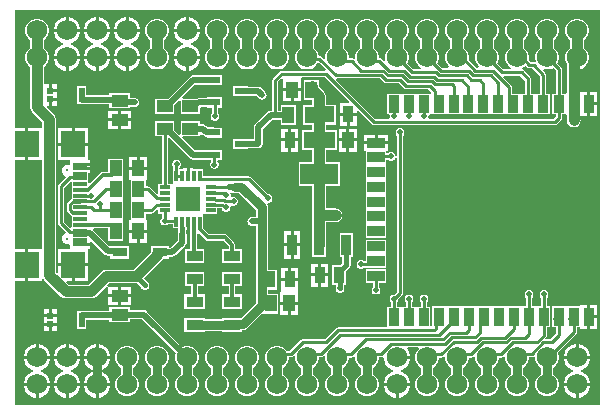
<source format=gtl>
%FSTAX23Y23*%
%MOIN*%
%SFA1B1*%

%IPPOS*%
%ADD13C,0.010000*%
%ADD16R,0.011810X0.033470*%
%ADD17R,0.033470X0.011810*%
%ADD18R,0.080710X0.080710*%
%ADD19R,0.040160X0.057870*%
%ADD20R,0.037010X0.056300*%
%ADD21R,0.021650X0.021650*%
%ADD22R,0.057090X0.037400*%
%ADD23R,0.051180X0.031500*%
%ADD24R,0.057870X0.040160*%
%ADD25R,0.041340X0.023620*%
%ADD26R,0.078740X0.085830*%
%ADD27R,0.045280X0.011810*%
%ADD28R,0.039370X0.055120*%
%ADD29R,0.125980X0.070870*%
%ADD30R,0.035430X0.070870*%
%ADD31R,0.035430X0.059060*%
%ADD32R,0.059060X0.035430*%
%ADD33R,0.055120X0.039370*%
%ADD34R,0.055120X0.035430*%
%ADD59C,0.035000*%
%ADD60C,0.009000*%
%ADD61C,0.017500*%
%ADD62C,0.012000*%
%ADD63C,0.020000*%
%ADD64C,0.030000*%
%ADD65C,0.012800*%
%ADD66C,0.068900*%
%ADD67C,0.019680*%
%ADD68C,0.050000*%
%LNesp32-hwe-1*%
%LPD*%
G36*
X01975Y01259D02*
D01*
Y-00059*
X00025*
Y00356*
X0006*
Y00409*
Y00461*
X00025*
Y00758*
X0006*
Y00811*
Y00864*
X00025*
Y01259*
X01975*
G37*
%LNesp32-hwe-2*%
%LPC*%
G36*
X00605Y01234D02*
X00605D01*
Y01195*
X00644*
Y01195*
X00641Y01207*
X00635Y01217*
X00627Y01225*
X00617Y01231*
X00605Y01234*
G37*
G36*
X00405D02*
X00405D01*
Y01195*
X00444*
Y01195*
X00441Y01207*
X00435Y01217*
X00427Y01225*
X00417Y01231*
X00405Y01234*
G37*
G36*
X00305D02*
X00305D01*
Y01195*
X00344*
Y01195*
X00341Y01207*
X00335Y01217*
X00327Y01225*
X00317Y01231*
X00305Y01234*
G37*
G36*
X00205D02*
X00205D01*
Y01195*
X00244*
Y01195*
X00241Y01207*
X00235Y01217*
X00227Y01225*
X00217Y01231*
X00205Y01234*
G37*
G36*
X00595D02*
X00594D01*
X00582Y01231*
X00572Y01225*
X00564Y01217*
X00558Y01207*
X00555Y01195*
Y01195*
X00595*
Y01234*
G37*
G36*
X00395D02*
X00394D01*
X00382Y01231*
X00372Y01225*
X00364Y01217*
X00358Y01207*
X00355Y01195*
Y01195*
X00395*
Y01234*
G37*
G36*
X00295D02*
X00294D01*
X00282Y01231*
X00272Y01225*
X00264Y01217*
X00258Y01207*
X00255Y01195*
Y01195*
X00295*
Y01234*
G37*
G36*
X00195D02*
X00194D01*
X00182Y01231*
X00172Y01225*
X00164Y01217*
X00158Y01207*
X00155Y01195*
Y01195*
X00195*
Y01234*
G37*
G36*
X00644Y01185D02*
X006D01*
X00555*
Y01184*
X00558Y01172*
X00564Y01162*
X00572Y01154*
X00582Y01148*
X00586Y01147*
Y01142*
X00582Y01141*
X00572Y01135*
X00564Y01127*
X00558Y01117*
X00555Y01105*
Y01105*
X006*
X00644*
Y01105*
X00641Y01117*
X00635Y01127*
X00627Y01135*
X00617Y01141*
X00613Y01142*
Y01147*
X00617Y01148*
X00627Y01154*
X00635Y01162*
X00641Y01172*
X00644Y01184*
Y01185*
G37*
G36*
X00444D02*
X004D01*
X00355*
Y01184*
X00358Y01172*
X00364Y01162*
X00372Y01154*
X00382Y01148*
X00386Y01147*
Y01142*
X00382Y01141*
X00372Y01135*
X00364Y01127*
X00358Y01117*
X00355Y01105*
Y01105*
X004*
X00444*
Y01105*
X00441Y01117*
X00435Y01127*
X00427Y01135*
X00417Y01141*
X00413Y01142*
Y01147*
X00417Y01148*
X00427Y01154*
X00435Y01162*
X00441Y01172*
X00444Y01184*
Y01185*
G37*
G36*
X00344D02*
X003D01*
X00255*
Y01184*
X00258Y01172*
X00264Y01162*
X00272Y01154*
X00282Y01148*
X00286Y01147*
Y01142*
X00282Y01141*
X00272Y01135*
X00264Y01127*
X00258Y01117*
X00255Y01105*
Y01105*
X003*
X00344*
Y01105*
X00341Y01117*
X00335Y01127*
X00327Y01135*
X00317Y01141*
X00313Y01142*
Y01147*
X00317Y01148*
X00327Y01154*
X00335Y01162*
X00341Y01172*
X00344Y01184*
Y01185*
G37*
G36*
X00244D02*
X002D01*
X00155*
Y01184*
X00158Y01172*
X00164Y01162*
X00172Y01154*
X00182Y01148*
X00186Y01147*
Y01142*
X00182Y01141*
X00172Y01135*
X00164Y01127*
X00158Y01117*
X00155Y01105*
Y01105*
X002*
X00244*
Y01105*
X00241Y01117*
X00235Y01127*
X00227Y01135*
X00217Y01141*
X00213Y01142*
Y01147*
X00217Y01148*
X00227Y01154*
X00235Y01162*
X00241Y01172*
X00244Y01184*
Y01185*
G37*
G36*
X00905Y01229D02*
X00894D01*
X00884Y01226*
X00875Y01221*
X00868Y01214*
X00863Y01205*
X0086Y01195*
Y01184*
X00863Y01174*
X00868Y01165*
X00875Y01158*
X00877Y01157*
Y01132*
X00875Y01131*
X00868Y01124*
X00863Y01115*
X0086Y01105*
Y01094*
X00863Y01084*
X00868Y01075*
X00875Y01068*
X00884Y01063*
X00894Y0106*
X00905*
X00915Y01063*
X00924Y01068*
X00931Y01075*
X00936Y01084*
X00939Y01094*
Y01105*
X00936Y01115*
X00931Y01124*
X00924Y01131*
X00922Y01132*
Y01157*
X00924Y01158*
X00931Y01165*
X00936Y01174*
X00939Y01184*
Y01195*
X00936Y01205*
X00931Y01214*
X00924Y01221*
X00915Y01226*
X00905Y01229*
G37*
G36*
X00805D02*
X00794D01*
X00784Y01226*
X00775Y01221*
X00768Y01214*
X00763Y01205*
X0076Y01195*
Y01184*
X00763Y01174*
X00768Y01165*
X00775Y01158*
X00777Y01157*
Y01132*
X00775Y01131*
X00768Y01124*
X00763Y01115*
X0076Y01105*
Y01094*
X00763Y01084*
X00768Y01075*
X00775Y01068*
X00784Y01063*
X00794Y0106*
X00805*
X00815Y01063*
X00824Y01068*
X00831Y01075*
X00836Y01084*
X00839Y01094*
Y01105*
X00836Y01115*
X00831Y01124*
X00824Y01131*
X00822Y01132*
Y01157*
X00824Y01158*
X00831Y01165*
X00836Y01174*
X00839Y01184*
Y01195*
X00836Y01205*
X00831Y01214*
X00824Y01221*
X00815Y01226*
X00805Y01229*
G37*
G36*
X00705D02*
X00694D01*
X00684Y01226*
X00675Y01221*
X00668Y01214*
X00663Y01205*
X0066Y01195*
Y01184*
X00663Y01174*
X00668Y01165*
X00675Y01158*
X00677Y01157*
Y01132*
X00675Y01131*
X00668Y01124*
X00663Y01115*
X0066Y01105*
Y01094*
X00663Y01084*
X00668Y01075*
X00675Y01068*
X00684Y01063*
X00694Y0106*
X00705*
X00715Y01063*
X00724Y01068*
X00731Y01075*
X00736Y01084*
X00739Y01094*
Y01105*
X00736Y01115*
X00731Y01124*
X00724Y01131*
X00722Y01132*
Y01157*
X00724Y01158*
X00731Y01165*
X00736Y01174*
X00739Y01184*
Y01195*
X00736Y01205*
X00731Y01214*
X00724Y01221*
X00715Y01226*
X00705Y01229*
G37*
G36*
X00505D02*
X00494D01*
X00484Y01226*
X00475Y01221*
X00468Y01214*
X00463Y01205*
X0046Y01195*
Y01184*
X00463Y01174*
X00468Y01165*
X00475Y01158*
X00477Y01157*
Y01132*
X00475Y01131*
X00468Y01124*
X00463Y01115*
X0046Y01105*
Y01094*
X00463Y01084*
X00468Y01075*
X00475Y01068*
X00484Y01063*
X00494Y0106*
X00505*
X00515Y01063*
X00524Y01068*
X00531Y01075*
X00536Y01084*
X00539Y01094*
Y01105*
X00536Y01115*
X00531Y01124*
X00524Y01131*
X00522Y01132*
Y01157*
X00524Y01158*
X00531Y01165*
X00536Y01174*
X00539Y01184*
Y01195*
X00536Y01205*
X00531Y01214*
X00524Y01221*
X00515Y01226*
X00505Y01229*
G37*
G36*
X00644Y01095D02*
X00605D01*
Y01055*
X00605*
X00617Y01058*
X00627Y01064*
X00635Y01072*
X00641Y01082*
X00644Y01094*
Y01095*
G37*
G36*
X00595D02*
X00555D01*
Y01094*
X00558Y01082*
X00564Y01072*
X00572Y01064*
X00582Y01058*
X00594Y01055*
X00595*
Y01095*
G37*
G36*
X00444D02*
X00405D01*
Y01055*
X00405*
X00417Y01058*
X00427Y01064*
X00435Y01072*
X00441Y01082*
X00444Y01094*
Y01095*
G37*
G36*
X00395D02*
X00355D01*
Y01094*
X00358Y01082*
X00364Y01072*
X00372Y01064*
X00382Y01058*
X00394Y01055*
X00395*
Y01095*
G37*
G36*
X00344D02*
X00305D01*
Y01055*
X00305*
X00317Y01058*
X00327Y01064*
X00335Y01072*
X00341Y01082*
X00344Y01094*
Y01095*
G37*
G36*
X00295D02*
X00255D01*
Y01094*
X00258Y01082*
X00264Y01072*
X00272Y01064*
X00282Y01058*
X00294Y01055*
X00295*
Y01095*
G37*
G36*
X00244D02*
X00205D01*
Y01055*
X00205*
X00217Y01058*
X00227Y01064*
X00235Y01072*
X00241Y01082*
X00244Y01094*
Y01095*
G37*
G36*
X00195D02*
X00155D01*
Y01094*
X00158Y01082*
X00164Y01072*
X00172Y01064*
X00182Y01058*
X00194Y01055*
X00195*
Y01095*
G37*
G36*
X00717Y01041D02*
X00666D01*
Y0104*
X0062*
X00614Y01039*
X00609Y01035*
X00535Y00962*
X00492*
Y00912*
X00557*
Y0094*
X00574Y00957*
X00579Y00955*
Y00912*
X00644*
Y00933*
X00646Y00934*
X00666*
Y00933*
X00682*
Y00914*
X0068Y00912*
X00678Y00906*
Y00901*
X0068Y00895*
X00684Y00891*
X0069Y00889*
X00695*
X00701Y00891*
X00705Y00895*
X00707Y00901*
Y00906*
X00705Y00912*
X00703Y00914*
Y00933*
X00717*
Y00967*
X00666*
Y00965*
X00641*
X00635Y00964*
X00632Y00962*
X00621*
X00619Y00962*
X00586*
X00584Y00967*
X00626Y01009*
X00666*
Y01008*
X00717*
Y01041*
G37*
G36*
X00149Y0101D02*
Y00994D01*
X00165*
Y0101*
X00149*
G37*
G36*
X01905Y01229D02*
X01894D01*
X01884Y01226*
X01875Y01221*
X01868Y01214*
X01863Y01205*
X0186Y01195*
Y01184*
X01863Y01174*
X01868Y01165*
X01875Y01158*
X01877Y01157*
Y01132*
X01875Y01131*
X01868Y01124*
X01863Y01115*
X0186Y01105*
Y01094*
X01863Y01084*
X01865Y0108*
X01865Y01079*
Y0098*
X01861Y00979*
X0186*
X01848*
Y01061*
X01848Y01065*
X01845Y01068*
X01834Y0108*
X01836Y01084*
X01839Y01094*
Y01105*
X01836Y01115*
X01831Y01124*
X01824Y01131*
X01822Y01132*
Y01157*
X01824Y01158*
X01831Y01165*
X01836Y01174*
X01839Y01184*
Y01195*
X01836Y01205*
X01831Y01214*
X01824Y01221*
X01815Y01226*
X01805Y01229*
X01794*
X01784Y01226*
X01775Y01221*
X01768Y01214*
X01763Y01205*
X0176Y01195*
Y01184*
X01763Y01174*
X01768Y01165*
X01775Y01158*
X01777Y01157*
Y01132*
X01775Y01131*
X01768Y01124*
X01763Y01115*
X0176Y01105*
Y01094*
X01762Y01088*
X0176Y01086*
X01758Y01084*
X01755Y01085*
X01745*
X01738Y01091*
X01739Y01094*
Y01105*
X01736Y01115*
X01731Y01124*
X01724Y01131*
X01722Y01132*
Y01157*
X01724Y01158*
X01731Y01165*
X01736Y01174*
X01739Y01184*
Y01195*
X01736Y01205*
X01731Y01214*
X01724Y01221*
X01715Y01226*
X01705Y01229*
X01694*
X01684Y01226*
X01675Y01221*
X01668Y01214*
X01663Y01205*
X0166Y01195*
Y01184*
X01663Y01174*
X01668Y01165*
X01675Y01158*
X01677Y01157*
Y01132*
X01675Y01131*
X01668Y01124*
X01663Y01115*
X0166Y01105*
Y01094*
X01663Y01084*
X01668Y01075*
X01675Y01068*
X01681Y01065*
X0168Y0106*
X01654*
X01634Y0108*
X01636Y01084*
X01639Y01094*
Y01105*
X01636Y01115*
X01631Y01124*
X01624Y01131*
X01622Y01132*
Y01157*
X01624Y01158*
X01631Y01165*
X01636Y01174*
X01639Y01184*
Y01195*
X01636Y01205*
X01631Y01214*
X01624Y01221*
X01615Y01226*
X01605Y01229*
X01594*
X01584Y01226*
X01575Y01221*
X01568Y01214*
X01563Y01205*
X0156Y01195*
Y01184*
X01563Y01174*
X01568Y01165*
X01575Y01158*
X01577Y01157*
Y01132*
X01575Y01131*
X01568Y01124*
X01563Y01115*
X0156Y01105*
Y01094*
X01563Y01084*
X01568Y01075*
X01574Y0107*
X01571Y01065*
X01564*
X01538Y0109*
X01539Y01094*
Y01105*
X01536Y01115*
X01531Y01124*
X01524Y01131*
X01522Y01132*
Y01157*
X01524Y01158*
X01531Y01165*
X01536Y01174*
X01539Y01184*
Y01195*
X01536Y01205*
X01531Y01214*
X01524Y01221*
X01515Y01226*
X01505Y01229*
X01494*
X01484Y01226*
X01475Y01221*
X01468Y01214*
X01463Y01205*
X0146Y01195*
Y01184*
X01463Y01174*
X01468Y01165*
X01475Y01158*
X01477Y01157*
Y01132*
X01475Y01131*
X01468Y01124*
X01463Y01115*
X0146Y01105*
Y01094*
X01463Y01084*
X01468Y01075*
X01474Y0107*
X01471Y01065*
X01449*
X01434Y0108*
X01436Y01084*
X01439Y01094*
Y01105*
X01436Y01115*
X01431Y01124*
X01424Y01131*
X01422Y01132*
Y01157*
X01424Y01158*
X01431Y01165*
X01436Y01174*
X01439Y01184*
Y01195*
X01436Y01205*
X01431Y01214*
X01424Y01221*
X01415Y01226*
X01405Y01229*
X01394*
X01384Y01226*
X01375Y01221*
X01368Y01214*
X01363Y01205*
X0136Y01195*
Y01184*
X01363Y01174*
X01368Y01165*
X01375Y01158*
X01377Y01157*
Y01132*
X01375Y01131*
X01368Y01124*
X01363Y01115*
X0136Y01105*
Y01094*
X01363Y01084*
X01368Y01075*
X01375Y01068*
X01381Y01065*
X0138Y0106*
X01354*
X01334Y0108*
X01336Y01084*
X01339Y01094*
Y01105*
X01336Y01115*
X01331Y01124*
X01324Y01131*
X01322Y01132*
Y01157*
X01324Y01158*
X01331Y01165*
X01336Y01174*
X01339Y01184*
Y01195*
X01336Y01205*
X01331Y01214*
X01324Y01221*
X01315Y01226*
X01305Y01229*
X01294*
X01284Y01226*
X01275Y01221*
X01268Y01214*
X01263Y01205*
X0126Y01195*
Y01184*
X01263Y01174*
X01268Y01165*
X01275Y01158*
X01277Y01157*
Y01132*
X01275Y01131*
X01268Y01124*
X01263Y01115*
X0126Y01105*
Y01094*
X01261Y01089*
X01257Y01086*
X01248Y01095*
X01245Y01098*
X01241Y01098*
X01239*
Y01105*
X01236Y01115*
X01231Y01124*
X01224Y01131*
X01222Y01132*
Y01157*
X01224Y01158*
X01231Y01165*
X01236Y01174*
X01239Y01184*
Y01195*
X01236Y01205*
X01231Y01214*
X01224Y01221*
X01215Y01226*
X01205Y01229*
X01194*
X01184Y01226*
X01175Y01221*
X01168Y01214*
X01163Y01205*
X0116Y01195*
Y01184*
X01163Y01174*
X01168Y01165*
X01175Y01158*
X01177Y01157*
Y01132*
X01175Y01131*
X01168Y01124*
X01163Y01115*
X0116Y01105*
Y01098*
X01155Y01095*
X01152Y01098*
X01148Y01098*
X01139*
Y01105*
X01136Y01115*
X01131Y01124*
X01124Y01131*
X01122Y01132*
Y01157*
X01124Y01158*
X01131Y01165*
X01136Y01174*
X01139Y01184*
Y01195*
X01136Y01205*
X01131Y01214*
X01124Y01221*
X01115Y01226*
X01105Y01229*
X01094*
X01084Y01226*
X01075Y01221*
X01068Y01214*
X01063Y01205*
X0106Y01195*
Y01184*
X01063Y01174*
X01068Y01165*
X01075Y01158*
X01077Y01157*
Y01132*
X01075Y01131*
X01068Y01124*
X01063Y01115*
X0106Y01105*
Y01098*
X01055Y01096*
X01048Y01103*
X01044Y01105*
X01041Y01106*
X01039*
X01036Y01115*
X01031Y01124*
X01024Y01131*
X01022Y01132*
Y01157*
X01024Y01158*
X01031Y01165*
X01036Y01174*
X01039Y01184*
Y01195*
X01036Y01205*
X01031Y01214*
X01024Y01221*
X01015Y01226*
X01005Y01229*
X00994*
X00984Y01226*
X00975Y01221*
X00968Y01214*
X00963Y01205*
X0096Y01195*
Y01184*
X00963Y01174*
X00968Y01165*
X00975Y01158*
X00977Y01157*
Y01132*
X00975Y01131*
X00968Y01124*
X00963Y01115*
X0096Y01105*
Y01094*
X00963Y01084*
X00968Y01075*
X00975Y01068*
X00984Y01063*
X00994Y0106*
X01005*
X01015Y01063*
X01024Y01068*
X01031Y01075*
X01034Y01081*
X0104Y01081*
X01062Y0106*
X0106Y01055*
X00915*
X00911Y01054*
X00907Y01052*
X00887Y01031*
X00885Y01028*
X00884Y01024*
Y00923*
X00878*
X00872Y00922*
X00867Y00919*
X00826Y00878*
X00823Y00873*
X00822Y00867*
Y00827*
X00803*
Y00829*
X00752*
Y00795*
X00803*
Y00797*
X00837*
X00839Y00797*
X0084*
X0084Y00798*
X00843Y00798*
X00845Y00799*
X00845Y008*
X00846Y008*
X00848Y00801*
X00849Y00803*
X00849Y00804*
X0085Y00804*
X00851Y00806*
X00851Y00809*
X00852Y00809*
Y0081*
X00852Y00812*
Y00861*
X00884Y00893*
X00912*
Y00876*
X00962*
Y00941*
X00912*
Y00923*
X00904*
Y0102*
X00914Y0103*
X00919Y01028*
Y00998*
X0095*
X0098*
Y01029*
Y01031*
X00983Y01034*
X01058*
X0114Y00952*
X01138Y00948*
X01108*
Y00915*
X01137*
X01165*
Y00921*
X0117Y00923*
X01215Y00877*
X01219Y00875*
X01223Y00874*
X01825*
X01828Y00875*
X01832Y00877*
X01845Y00891*
X01848Y00894*
X01848Y00898*
Y0091*
X01861*
X01861*
X01866Y00909*
Y00891*
X01867Y00882*
X01872Y00874*
X01873Y00873*
X01881Y00868*
X0189Y00867*
X01898Y00868*
X01906Y00873*
X01911Y00881*
X01912Y0089*
X01911Y00895*
Y00905*
X01933*
Y00945*
Y00984*
X01911*
Y01062*
X01915Y01063*
X01924Y01068*
X01931Y01075*
X01936Y01084*
X01939Y01094*
Y01105*
X01936Y01115*
X01931Y01124*
X01924Y01131*
X01922Y01132*
Y01157*
X01924Y01158*
X01931Y01165*
X01936Y01174*
X01939Y01184*
Y01195*
X01936Y01205*
X01931Y01214*
X01924Y01221*
X01915Y01226*
X01905Y01229*
G37*
G36*
X00803Y01004D02*
X00752D01*
Y0097*
X00803*
Y00972*
X00831*
X00839Y00964*
X00841Y00962*
X00841Y00962*
X00842Y00962*
X00844Y0096*
X00846Y0096*
X00847Y0096*
X00847*
X0085Y00959*
X00852Y0096*
X00852*
X00853Y0096*
X00855Y0096*
X00857Y00962*
X00858Y00962*
X00858Y00962*
X0086Y00964*
X00862Y00966*
X00862Y00966*
X00862Y00967*
X00864Y00969*
X00864Y00971*
X00864Y00972*
Y00972*
X00865Y00975*
X00864Y00977*
Y00977*
X00864Y00978*
X00864Y0098*
X00862Y00982*
X00862Y00983*
X00862Y00983*
X0086Y00985*
X00848Y00998*
X00843Y01001*
X00837Y01002*
X00803*
Y01004*
G37*
G36*
X0098Y00988D02*
X00955D01*
Y00954*
X0098*
Y00988*
G37*
G36*
X00945D02*
X00919D01*
Y00954*
X00945*
Y00988*
G37*
G36*
X01966Y00984D02*
X01943D01*
Y0095*
X01966*
Y00984*
G37*
G36*
X00165Y00955D02*
X00149D01*
Y00939*
X00165*
Y00955*
G37*
G36*
X00264Y01005D02*
X00232D01*
Y00973*
Y00944*
X00247*
X00249Y00944*
X00341*
Y00931*
X00408*
Y00934*
X00425*
X00427Y00935*
X00427*
X00428Y00935*
X0043Y00935*
X00432Y00937*
X00433Y00937*
X00433Y00937*
X00435Y00939*
X00437Y00941*
X00437Y00941*
X00437Y00942*
X00439Y00944*
X00439Y00946*
X00439Y00947*
Y00947*
X0044Y0095*
X00439Y00952*
Y00952*
X00439Y00953*
X00439Y00955*
X00437Y00957*
X00437Y00958*
X00437Y00958*
X00435Y0096*
X00433Y00962*
X00433Y00962*
X00432Y00962*
X0043Y00964*
X00428Y00964*
X00427Y00964*
X00427*
X00425Y00965*
X00408*
Y00981*
X00341*
Y00974*
X00264*
Y01005*
G37*
G36*
X01966Y0094D02*
X01943D01*
Y00905*
X01966*
Y0094*
G37*
G36*
X00413Y00923D02*
X0038D01*
Y00898*
X00413*
Y00923*
G37*
G36*
X0037D02*
X00336D01*
Y00898*
X0037*
Y00923*
G37*
G36*
X01165Y00905D02*
X01142D01*
Y00871*
X01165*
Y00905*
G37*
G36*
X01132D02*
X01108D01*
Y00871*
X01132*
Y00905*
G37*
G36*
X00413Y00888D02*
X0038D01*
Y00863*
X00413*
Y00888*
G37*
G36*
X0037D02*
X00336D01*
Y00863*
X0037*
Y00888*
G37*
G36*
X00105Y01229D02*
X00094D01*
X00084Y01226*
X00075Y01221*
X00068Y01214*
X00063Y01205*
X0006Y01195*
Y01184*
X00063Y01174*
X00068Y01165*
X00075Y01158*
X00077Y01157*
Y01132*
X00075Y01131*
X00068Y01124*
X00063Y01115*
X0006Y01105*
Y01094*
X00063Y01084*
X00068Y01075*
X00075Y01068*
X00077Y01067*
Y00935*
X00078Y00926*
X00083Y00919*
X00117Y00885*
Y00868*
X00115Y00864*
X00112*
X0007*
Y00811*
Y00758*
X00112*
X00115*
X00117Y00754*
Y00466*
X00115Y00461*
X00112*
X0007*
Y00409*
Y00356*
X00115*
Y00363*
X0012Y00364*
X00123Y00359*
X00179Y00303*
X00186Y00298*
X00195Y00297*
X0028*
X00288Y00298*
X00296Y00303*
X00332Y00339*
X00336Y00336*
Y00332*
Y00311*
X0037*
Y00336*
X00341*
X00336*
X00333Y0034*
X00339Y00347*
X00428*
X00432Y00347*
X00446Y00333*
X00447Y00331*
X00451Y00327*
X00457Y00325*
X00462*
X00468Y00327*
X00472Y00331*
X00474Y00337*
Y00342*
X00472Y00348*
X00468Y00352*
X00466Y00353*
X00455Y00364*
X00516Y00425*
X00519Y00429*
X00539*
Y00436*
X00551*
X00557Y00437*
X00562Y0044*
X00594Y00472*
X00597Y00477*
X00598Y00483*
Y0051*
X00597Y00515*
X00597Y00516*
Y00525*
X00598*
Y00552*
X00608*
Y00525*
X00611*
Y0046*
X00592*
Y00414*
X00657*
Y0046*
X00634*
Y00512*
X00639Y00515*
X00662Y00492*
X00665Y00489*
X0067Y00488*
X0072*
X00738Y0047*
Y0046*
X00717*
Y00414*
X00782*
Y0046*
X00761*
Y00475*
X0076Y00479*
X00757Y00482*
X00732Y00507*
X00729Y0051*
X00725Y00511*
X00674*
X00653Y00532*
Y00552*
X00653Y00554*
Y00574*
X00653Y00579*
X00658Y00579*
Y00579*
X00701*
Y00599*
X00713*
X00715Y00597*
Y00597*
X00717Y00591*
X00721Y00587*
X00727Y00585*
X00732*
X00738Y00587*
X00742Y00591*
X00744Y00597*
Y00602*
X00748Y00606*
X00752Y00605*
X00757*
X00763Y00607*
X00767Y00611*
X00769Y00617*
Y00622*
X00767Y00628*
X00763Y00632*
X00757Y00634*
X00752*
X00748Y00633*
X00745Y00637*
X00746Y00639*
Y00645*
X00744Y00648*
X00745Y00649*
X00749Y00651*
X00752Y00649*
X0076Y00648*
X00772*
X00829Y00591*
Y00569*
X00817*
X00814Y00568*
X00814*
X00813Y00568*
X00811Y00568*
X00809Y00566*
X00808Y00566*
X00808Y00566*
X00806Y00564*
X00804Y00562*
X00804Y00562*
X00804Y00561*
X00802Y00559*
X00802Y00557*
X00802Y00556*
Y00556*
X00801Y00554*
X00802Y00551*
Y00551*
X00802Y0055*
X00802Y00548*
X00804Y00546*
X00804Y00545*
X00804Y00545*
X00806Y00543*
X00808Y00541*
X00808Y00541*
X00809Y00541*
X00811Y00539*
X00813Y00539*
X00814Y00539*
X00814*
X00817Y00538*
X00829*
Y00283*
X00778Y00232*
X00753*
X00751Y00231*
X00716*
Y00228*
X00658*
Y00231*
X00591*
Y00184*
X00658*
Y00187*
X00716*
Y00184*
X00783*
Y00191*
X00786*
X00794Y00192*
X00801Y00197*
X00848Y00244*
X00853Y00246*
X00903*
Y00313*
X0087*
Y00326*
X00901*
Y00393*
X0087*
Y00555*
Y006*
X00868Y00607*
X00867Y0061*
X00869Y00615*
X00872*
X00878Y00617*
X00882Y00621*
X00884Y00627*
Y00632*
X00882Y00638*
X00878Y00642*
X00872Y00644*
X00869*
X00812Y00701*
X00809Y00703*
X00805Y00704*
X00653*
Y00727*
X00619*
Y00732*
X00608*
Y00706*
X00598*
Y00732*
X00587*
Y00727*
X00574*
Y00733*
X00577Y00736*
X00579Y00742*
Y00747*
X00577Y00753*
X00573Y00757*
X00567Y00759*
X00562*
X00556Y00757*
X00552Y00753*
X0055Y00747*
Y00742*
X00552Y00736*
X00554Y00734*
Y00727*
X00552*
Y00684*
X00552Y00679*
X00548Y00679*
X00536*
Y0083*
X00541Y00832*
X00609Y00764*
X00614Y00761*
X0062Y00759*
X00666*
Y00758*
X00679*
X0068Y00753*
X00678Y00751*
X00676Y00745*
Y0074*
X00678Y00734*
X00682Y0073*
X00688Y00728*
X00693*
X00699Y0073*
X00703Y00734*
X00705Y0074*
Y00745*
X00703Y00751*
X00701Y00753*
X00702Y00758*
X00717*
Y00792*
X00666*
Y0079*
X00626*
X00584Y00832*
X00586Y00837*
X00644*
Y00842*
X00649Y00844*
X00653Y00841*
X00658Y00837*
X00664Y00836*
X00666*
Y00833*
X00717*
Y00866*
X00691*
X00689Y00867*
X0067*
X00664Y00873*
X00659Y00876*
X00653Y00877*
X00644*
Y00887*
X00579*
Y00844*
X00574Y00842*
X00557Y00859*
Y00887*
X00492*
Y00837*
X00516*
Y00679*
X00504*
Y00646*
X00499Y00644*
X00477Y00667*
X00473Y00669*
X0047Y0067*
X00462*
Y00692*
X00467*
Y00725*
X00437*
X00407*
Y00692*
X00412*
Y00627*
Y00622*
Y00557*
X00407*
Y00525*
X00437*
X00467*
Y00557*
X00462*
Y00579*
X0048*
X00483Y0058*
X00487Y00582*
X00499Y00595*
X00504Y00593*
Y00579*
X00516*
Y00566*
X00513Y00563*
X00511Y00557*
Y00552*
X00513Y00546*
X00517Y00542*
X00523Y0054*
X00528*
X00534Y00542*
X00536Y00544*
X00552*
Y0053*
X00568*
X00569Y0053*
Y00516*
X00569Y00515*
X00568Y0051*
Y00489*
X00544Y00466*
X00539*
Y0047*
X00502*
X005Y00471*
X00498Y0047*
X00478*
Y00451*
X00419Y00392*
X0033*
X00321Y00391*
X00313Y00386*
X0027Y00342*
X00205*
X00196Y00351*
X00198Y00356*
X00215*
Y00404*
X00171*
Y00383*
X00166Y00381*
X00162Y00385*
Y00895*
X00161Y00904*
X00156Y00911*
X00133Y00934*
X00134Y00939*
X00139*
Y0096*
X00144*
Y00965*
X00165*
Y00968*
Y00984*
X00144*
Y00989*
X00139*
Y0101*
X00123*
X00122Y01015*
Y01067*
X00124Y01068*
X00131Y01075*
X00136Y01084*
X00139Y01094*
Y01105*
X00136Y01115*
X00131Y01124*
X00124Y01131*
X00122Y01132*
Y01157*
X00124Y01158*
X00131Y01165*
X00136Y01174*
X00139Y01184*
Y01195*
X00136Y01205*
X00131Y01214*
X00124Y01221*
X00115Y01226*
X00105Y01229*
G37*
G36*
X01166Y00863D02*
X01141D01*
Y0083*
X01166*
Y00863*
G37*
G36*
X01131D02*
X01106D01*
Y0083*
X01131*
Y00863*
G37*
G36*
X00971Y00863D02*
X00947D01*
Y0083*
X00971*
Y00863*
G37*
G36*
X00937D02*
X00914D01*
Y0083*
X00937*
Y00863*
G37*
G36*
X01269Y00843D02*
X01235D01*
Y0082*
X01269*
Y00843*
G37*
G36*
X01225D02*
X0119D01*
Y0082*
X01225*
Y00843*
G37*
G36*
X00269Y00864D02*
X00225D01*
Y00816*
X00269*
Y00864*
G37*
G36*
X00215D02*
X00171D01*
Y00816*
X00215*
Y00864*
G37*
G36*
X00971Y0082D02*
X00947D01*
Y00786*
X00971*
Y0082*
G37*
G36*
X00937D02*
X00914D01*
Y00786*
X00937*
Y0082*
G37*
G36*
X01166D02*
X01141D01*
Y00786*
X01166*
Y0082*
G37*
G36*
X01131D02*
X01106D01*
Y00786*
X01131*
Y0082*
G37*
G36*
X01312Y00864D02*
X01307D01*
X01301Y00862*
X01297Y00858*
X01295Y00852*
Y00847*
X01297Y00841*
X01299Y00839*
Y00773*
X01294Y00772*
X01292Y00778*
X01288Y00782*
X01282Y00784*
X01277*
X01271Y00782*
X01269Y0078*
X01264Y0078*
Y00787*
X01269*
Y0081*
X0123*
X0119*
Y00787*
X01195*
Y00746*
Y00745*
Y00741*
Y0074*
Y00696*
Y00695*
X01195Y0069*
Y00647*
X01195Y00642*
Y0064*
Y00598*
Y00597*
Y00593*
Y00592*
Y00548*
Y00547*
Y00543*
Y00542*
Y00498*
X01264*
Y00542*
Y00543*
Y00547*
Y00548*
Y00592*
Y00593*
Y00597*
Y00598*
Y0064*
X01264Y00645*
Y00647*
Y0069*
Y00691*
X01264Y00696*
Y0074*
Y00741*
Y00745*
Y00746*
Y00759*
X01269Y00759*
X01271Y00757*
X01277Y00755*
X01282*
X01288Y00757*
X01292Y00761*
X01294Y00767*
X01299Y00766*
Y00319*
X0129Y00309*
X01287*
X01281Y00307*
X01277Y00303*
X01275Y00297*
Y00292*
X01277Y00286*
X01279Y00284*
Y00269*
X01266*
Y002*
X01261Y002*
X01103*
X01099Y00199*
X01096Y00197*
X01059Y0016*
X00985*
X00981Y00159*
X00977Y00157*
X00942Y00121*
X00933*
X00931Y00124*
X00924Y00131*
X00915Y00136*
X00905Y00139*
X00894*
X00884Y00136*
X00875Y00131*
X00868Y00124*
X00863Y00115*
X0086Y00105*
Y00094*
X00863Y00084*
X00868Y00075*
X00875Y00068*
X00879Y00066*
Y00043*
X00875Y00041*
X00868Y00034*
X00863Y00025*
X0086Y00015*
Y00004*
X00863Y-00005*
X00868Y-00014*
X00875Y-00021*
X00884Y-00026*
X00894Y-00029*
X00905*
X00915Y-00026*
X00924Y-00021*
X00931Y-00014*
X00936Y-00005*
X00939Y00004*
Y00015*
X00936Y00025*
X00931Y00034*
X00924Y00041*
X0092Y00043*
Y00066*
X00924Y00068*
X00931Y00075*
X00936Y00084*
X00939Y00094*
Y00101*
X00946*
X0095Y00101*
X00953Y00104*
X00956Y00106*
X0096Y00104*
Y00094*
X00963Y00084*
X00968Y00075*
X00975Y00068*
X00979Y00066*
Y00043*
X00975Y00041*
X00968Y00034*
X00963Y00025*
X0096Y00015*
Y00004*
X00963Y-00005*
X00968Y-00014*
X00975Y-00021*
X00984Y-00026*
X00994Y-00029*
X01005*
X01015Y-00026*
X01024Y-00021*
X01031Y-00014*
X01036Y-00005*
X01039Y00004*
Y00015*
X01036Y00025*
X01031Y00034*
X01024Y00041*
X0102Y00043*
Y00066*
X01024Y00068*
X01031Y00075*
X01036Y00084*
X01039Y00094*
Y00101*
X01046*
X0105Y00101*
X01053Y00104*
X01056Y00106*
X0106Y00104*
Y00094*
X01063Y00084*
X01068Y00075*
X01075Y00068*
X01079Y00066*
Y00043*
X01075Y00041*
X01068Y00034*
X01063Y00025*
X0106Y00015*
Y00004*
X01063Y-00005*
X01068Y-00014*
X01075Y-00021*
X01084Y-00026*
X01094Y-00029*
X01105*
X01115Y-00026*
X01124Y-00021*
X01131Y-00014*
X01136Y-00005*
X01139Y00004*
Y00015*
X01136Y00025*
X01131Y00034*
X01124Y00041*
X0112Y00043*
Y00066*
X01124Y00068*
X01131Y00075*
X01136Y00084*
X01139Y00094*
Y00099*
X01145*
X01148Y001*
X01152Y00102*
X01156Y00106*
X0116Y00104*
Y00094*
X01163Y00084*
X01168Y00075*
X01175Y00068*
X01179Y00066*
Y00043*
X01175Y00041*
X01168Y00034*
X01163Y00025*
X0116Y00015*
Y00004*
X01163Y-00005*
X01168Y-00014*
X01175Y-00021*
X01184Y-00026*
X01194Y-00029*
X01205*
X01215Y-00026*
X01224Y-00021*
X01231Y-00014*
X01236Y-00005*
X01239Y00004*
Y00015*
X01236Y00025*
X01231Y00034*
X01224Y00041*
X0122Y00043*
Y00066*
X01224Y00068*
X01231Y00075*
X01236Y00084*
X01239Y00094*
Y00101*
X01247*
X0125Y00101*
X01251Y00101*
X01255Y00098*
Y00094*
X01258Y00082*
X01264Y00072*
X01272Y00064*
X01282Y00058*
X01286Y00057*
Y00052*
X01282Y00051*
X01272Y00045*
X01264Y00037*
X01258Y00027*
X01255Y00015*
Y00015*
X013*
X01344*
Y00015*
X01341Y00027*
X01335Y00037*
X01327Y00045*
X01317Y00051*
X01313Y00052*
Y00057*
X01317Y00058*
X01327Y00064*
X01335Y00072*
X01341Y00082*
X01344Y00094*
Y00095*
X013*
Y00105*
X01344*
Y00105*
X01341Y00117*
X01335Y00127*
X01333Y00129*
X01335Y00134*
X01371*
X01373Y00129*
X01368Y00124*
X01363Y00115*
X0136Y00105*
Y00094*
X01363Y00084*
X01368Y00075*
X01375Y00068*
X01379Y00066*
Y00043*
X01375Y00041*
X01368Y00034*
X01363Y00025*
X0136Y00015*
Y00004*
X01363Y-00005*
X01368Y-00014*
X01375Y-00021*
X01384Y-00026*
X01394Y-00029*
X01405*
X01415Y-00026*
X01424Y-00021*
X01431Y-00014*
X01436Y-00005*
X01439Y00004*
Y00015*
X01436Y00025*
X01431Y00034*
X01424Y00041*
X0142Y00043*
Y00066*
X01424Y00068*
X01431Y00075*
X01436Y00084*
X01439Y00094*
Y00099*
X01445*
X01448Y001*
X01452Y00102*
X01456Y00106*
X0146Y00104*
Y00094*
X01463Y00084*
X01468Y00075*
X01475Y00068*
X01479Y00066*
Y00043*
X01475Y00041*
X01468Y00034*
X01463Y00025*
X0146Y00015*
Y00004*
X01463Y-00005*
X01468Y-00014*
X01475Y-00021*
X01484Y-00026*
X01494Y-00029*
X01505*
X01515Y-00026*
X01524Y-00021*
X01531Y-00014*
X01536Y-00005*
X01539Y00004*
Y00015*
X01536Y00025*
X01531Y00034*
X01524Y00041*
X0152Y00043*
Y00066*
X01524Y00068*
X01531Y00075*
X01536Y00084*
X01539Y00094*
Y00099*
X01545*
X01548Y001*
X01552Y00102*
X01556Y00106*
X0156Y00104*
Y00094*
X01563Y00084*
X01568Y00075*
X01575Y00068*
X01579Y00066*
Y00043*
X01575Y00041*
X01568Y00034*
X01563Y00025*
X0156Y00015*
Y00004*
X01563Y-00005*
X01568Y-00014*
X01575Y-00021*
X01584Y-00026*
X01594Y-00029*
X01605*
X01615Y-00026*
X01624Y-00021*
X01631Y-00014*
X01636Y-00005*
X01639Y00004*
Y00015*
X01636Y00025*
X01631Y00034*
X01624Y00041*
X0162Y00043*
Y00066*
X01624Y00068*
X01631Y00075*
X01636Y00084*
X01639Y00094*
Y00099*
X01645*
X01648Y001*
X01652Y00102*
X01656Y00106*
X0166Y00104*
Y00094*
X01663Y00084*
X01668Y00075*
X01675Y00068*
X01679Y00066*
Y00043*
X01675Y00041*
X01668Y00034*
X01663Y00025*
X0166Y00015*
Y00004*
X01663Y-00005*
X01668Y-00014*
X01675Y-00021*
X01684Y-00026*
X01694Y-00029*
X01705*
X01715Y-00026*
X01724Y-00021*
X01731Y-00014*
X01736Y-00005*
X01739Y00004*
Y00015*
X01736Y00025*
X01731Y00034*
X01724Y00041*
X0172Y00043*
Y00066*
X01724Y00068*
X01731Y00075*
X01736Y00084*
X01739Y00094*
Y00101*
X01748*
X01752Y00101*
X01755Y00104*
X0176Y00101*
Y00094*
X01763Y00084*
X01768Y00075*
X01775Y00068*
X01779Y00066*
Y00043*
X01775Y00041*
X01768Y00034*
X01763Y00025*
X0176Y00015*
Y00004*
X01763Y-00005*
X01768Y-00014*
X01775Y-00021*
X01784Y-00026*
X01794Y-00029*
X01805*
X01815Y-00026*
X01824Y-00021*
X01831Y-00014*
X01836Y-00005*
X01839Y00004*
Y00015*
X01836Y00025*
X01831Y00034*
X01824Y00041*
X0182Y00043*
Y00066*
X01824Y00068*
X01831Y00075*
X01836Y00084*
X01839Y00094*
Y00105*
X01836Y00115*
X01835Y00116*
X01896Y00177*
X01898Y0018*
X01899Y00184*
Y00201*
X01911*
Y00196*
X01934*
Y00236*
Y00275*
X01911*
Y0027*
X01867*
X01866*
X01862*
X01816*
Y0023*
X01816Y00228*
X01816Y00227*
Y00201*
X01829*
Y00178*
X0181Y0016*
X01796*
X01794Y00164*
X01795Y00166*
X01797Y00169*
X01798Y00173*
Y00201*
X01811*
Y0027*
X018*
Y00299*
X01802Y00301*
X01804Y00307*
Y00312*
X01802Y00318*
X01798Y00322*
X01792Y00324*
X01787*
X01781Y00322*
X01777Y00318*
X01775Y00312*
Y00307*
X01777Y00301*
X01779Y00299*
Y0027*
X01765*
X0176*
X0175*
Y00299*
X01752Y00301*
X01754Y00307*
Y00312*
X01752Y00318*
X01748Y00322*
X01742Y00324*
X01737*
X01731Y00322*
X01727Y00318*
X01725Y00312*
Y00307*
X01727Y00301*
X01729Y00299*
Y0027*
X01715*
X0171*
X01665*
X01665*
X0166Y0027*
X01615*
X0161Y0027*
X0161*
X01565*
X01565*
X0156*
X01515*
X01512*
X01467*
X01467*
X01462*
X01417*
Y00207*
X01412Y00204*
X01411Y00205*
Y00269*
X014*
Y00284*
X01402Y00286*
X01404Y00292*
Y00297*
X01402Y00303*
X01398Y00307*
X01392Y00309*
X01387*
X01381Y00307*
X01377Y00303*
X01375Y00297*
Y00292*
X01377Y00286*
X01379Y00284*
Y00269*
X01366*
X01366*
X01361*
X01361*
X0135*
Y00284*
X01352Y00286*
X01354Y00292*
Y00297*
X01352Y00303*
X01348Y00307*
X01342Y00309*
X01337*
X01331Y00307*
X01327Y00303*
X01325Y00297*
Y00292*
X01327Y00286*
X01329Y00284*
Y00269*
X01316*
X01316*
X01311Y00269*
X013*
Y00284*
X01302Y00286*
X01304Y00292*
Y00295*
X01317Y00307*
X01319Y00311*
X0132Y00315*
Y00839*
X01322Y00841*
X01324Y00847*
Y00852*
X01322Y00858*
X01318Y00862*
X01312Y00864*
G37*
G36*
X00269Y00806D02*
X0022D01*
X00171*
Y00758*
X00205*
X0021Y00758*
Y00753*
Y00744*
X00206Y00741*
X00204Y00742*
X00197*
X0019Y00739*
X00185Y00734*
X00182Y00727*
Y0072*
X00185Y00713*
X0019Y00708*
X00194Y00706*
X00196Y007*
X00172Y00677*
X0017Y00673*
X00169Y0067*
Y00549*
X0017Y00545*
X00172Y00542*
X00195Y00519*
X00194Y00513*
X0019Y00512*
X00185Y00507*
X00182Y005*
Y00492*
X00185Y00485*
X0019Y0048*
X00197Y00477*
X00204*
X00206Y00478*
X0021Y00475*
Y00462*
X00205Y00461*
X00171*
Y00414*
X0022*
X00269*
Y00457*
Y00461*
X00274Y00462*
X00275*
Y00473*
X00243*
Y00483*
X00275*
Y00486*
X0028Y00487*
X00324Y00443*
X00329Y0044*
X00335Y00439*
X00344*
Y00429*
X00405*
Y0047*
X00344*
X00339Y00471*
X00286Y00525*
X00287Y00527*
X00288Y0053*
X00337*
Y00487*
X00387*
Y00552*
Y00557*
Y00622*
Y00627*
Y00692*
Y00697*
Y00697*
Y00762*
X00337*
Y00719*
X00319*
X00315Y00718*
X00311Y00716*
X00275Y0068*
X0027Y00682*
Y00714*
X00275*
Y00725*
X00243*
Y00735*
X00275*
Y00737*
X00243*
Y00747*
X00275*
Y00758*
X00274*
X00269Y00758*
Y00763*
Y00806*
G37*
G36*
X00467Y00767D02*
X00442D01*
Y00735*
X00467*
Y00767*
G37*
G36*
X00432D02*
X00407D01*
Y00735*
X00432*
Y00767*
G37*
G36*
X01016Y01027D02*
X01014Y01026D01*
X00988*
Y00959*
X01017*
Y00941*
X00987*
Y00876*
X01017*
Y00858*
X00983*
Y00791*
X01017*
Y00751*
X00972*
Y0067*
X01017*
Y00575*
Y00475*
X01017Y00473*
Y00434*
X01063*
Y00473*
X01063Y00475*
Y00552*
X01093*
X01095Y00552*
X01103Y00553*
X01111Y00558*
X01116Y00566*
X01117Y00575*
X01116Y00583*
X01111Y00591*
X0111Y00591*
X01103Y00596*
X01094Y00598*
X01063*
Y0067*
X01108*
Y00751*
X01063*
Y00791*
X01098*
Y00858*
X01063*
Y00876*
X01096*
Y00943*
X01063*
Y0097*
X01061Y00979*
X01056Y00987*
X01039Y01004*
X01038Y01006*
Y01026*
X01018*
X01016Y01027*
G37*
G36*
X00467Y00515D02*
X00442D01*
Y00482*
X00467*
Y00515*
G37*
G36*
X00432D02*
X00407D01*
Y00482*
X00432*
Y00515*
G37*
G36*
X00977Y0052D02*
X00955D01*
Y0048*
X00977*
Y0052*
G37*
G36*
X00945D02*
X00922D01*
Y0048*
X00945*
Y0052*
G37*
G36*
X00977Y0047D02*
X00955D01*
Y00429*
X00977*
Y0047*
G37*
G36*
X00945D02*
X00922D01*
Y00429*
X00945*
Y0047*
G37*
G36*
X01264Y00492D02*
X01195D01*
Y00449*
Y00446*
Y00442*
Y0042*
X0119Y0042*
X01188Y00422*
X01182Y00424*
X01177*
X01171Y00422*
X01167Y00418*
X01165Y00412*
Y00407*
X01167Y00401*
X01171Y00397*
X01177Y00395*
X01182*
X01188Y00397*
X0119Y00399*
X01195Y00399*
X01264*
Y00442*
Y00446*
Y00449*
Y00492*
G37*
G36*
X01071Y00413D02*
X01047D01*
Y0038*
X01071*
Y00413*
G37*
G36*
X01037D02*
X01014D01*
Y0038*
X01037*
Y00413*
G37*
G36*
X0097Y00398D02*
X00947D01*
Y00365*
X0097*
Y00398*
G37*
G36*
X00937D02*
X00913D01*
Y00365*
X00937*
Y00398*
G37*
G36*
X00269Y00404D02*
X00225D01*
Y00356*
X00269*
Y00404*
G37*
G36*
X01071Y0037D02*
X01047D01*
Y00336*
X01071*
Y0037*
G37*
G36*
X01037D02*
X01014D01*
Y00336*
X01037*
Y0037*
G37*
G36*
X01153Y00515D02*
X01108D01*
Y00434*
X01117*
Y00414*
X0111Y00408*
X01083*
Y00341*
X01095*
Y00333*
X01095Y00332*
Y00327*
X01097Y00321*
X01101Y00317*
X01107Y00315*
X01112*
X01118Y00317*
X01122Y00321*
X01124Y00327*
Y00332*
X01123Y00335*
Y00341*
X0113*
Y00388*
X01141Y00398*
X01144Y00403*
X01145Y00408*
Y00434*
X01153*
Y00515*
G37*
G36*
X0038Y00336D02*
Y00311D01*
X00413*
Y00336*
X0038*
G37*
G36*
X01264Y00394D02*
X01195D01*
Y00348*
X01219*
Y00335*
X01217Y00333*
X01215Y00327*
Y00322*
X01217Y00316*
X01221Y00312*
X01227Y0031*
X01232*
X01238Y00312*
X01242Y00316*
X01244Y00322*
Y00327*
X01242Y00333*
X0124Y00335*
Y00348*
X01264*
Y00394*
G37*
G36*
X0097Y00355D02*
X00942D01*
X00913*
Y00323*
X00911Y00318*
Y00317*
Y00285*
X00941*
X00971*
Y00317*
Y00318*
X0097Y00323*
Y00323*
Y00355*
G37*
G36*
X00413Y00301D02*
X0038D01*
Y00276*
X00413*
Y00301*
G37*
G36*
X0037D02*
X00336D01*
Y00276*
X0037*
Y00301*
G37*
G36*
X00782Y00385D02*
X00717D01*
Y00339*
X00738*
Y0031*
X00716*
Y00262*
X00783*
Y0031*
X00761*
Y00339*
X00782*
Y00385*
G37*
G36*
X00657D02*
X00592D01*
Y00339*
X00613*
Y0031*
X00591*
Y00262*
X00658*
Y0031*
X00636*
Y00339*
X00657*
Y00385*
G37*
G36*
X00165Y0026D02*
X00149D01*
Y00244*
X00165*
Y0026*
G37*
G36*
X00139D02*
X00123D01*
Y00244*
X00139*
Y0026*
G37*
G36*
X01967Y00275D02*
X01944D01*
Y00241*
X01967*
Y00275*
G37*
G36*
X00971Y00275D02*
X00946D01*
Y00241*
X00971*
Y00275*
G37*
G36*
X00936D02*
X00911D01*
Y00241*
X00936*
Y00275*
G37*
G36*
X00165Y00234D02*
X00144D01*
X00123*
Y00218*
Y00215*
X00144*
X00165*
Y00218*
Y00234*
G37*
G36*
X01967Y00231D02*
X01944D01*
Y00196*
X01967*
Y00231*
G37*
G36*
X00165Y00205D02*
X00149D01*
Y00189*
X00165*
Y00205*
G37*
G36*
X00139D02*
X00123D01*
Y00189*
X00139*
Y00205*
G37*
G36*
X01905Y00144D02*
X01905D01*
Y00105*
X01944*
Y00105*
X01941Y00117*
X01935Y00127*
X01927Y00135*
X01917Y00141*
X01905Y00144*
G37*
G36*
X00305D02*
X00305D01*
Y00105*
X00344*
Y00105*
X00341Y00117*
X00335Y00127*
X00327Y00135*
X00317Y00141*
X00305Y00144*
G37*
G36*
X00205D02*
X00205D01*
Y00105*
X00244*
Y00105*
X00241Y00117*
X00235Y00127*
X00227Y00135*
X00217Y00141*
X00205Y00144*
G37*
G36*
X00105D02*
X00105D01*
Y00105*
X00144*
Y00105*
X00141Y00117*
X00135Y00127*
X00127Y00135*
X00117Y00141*
X00105Y00144*
G37*
G36*
X01895D02*
X01894D01*
X01882Y00141*
X01872Y00135*
X01864Y00127*
X01858Y00117*
X01855Y00105*
Y00105*
X01895*
Y00144*
G37*
G36*
X00295D02*
X00294D01*
X00282Y00141*
X00272Y00135*
X00264Y00127*
X00258Y00117*
X00255Y00105*
Y00105*
X00295*
Y00144*
G37*
G36*
X00195D02*
X00194D01*
X00182Y00141*
X00172Y00135*
X00164Y00127*
X00158Y00117*
X00155Y00105*
Y00105*
X00195*
Y00144*
G37*
G36*
X00095D02*
X00094D01*
X00082Y00141*
X00072Y00135*
X00064Y00127*
X00058Y00117*
X00055Y00105*
Y00105*
X00095*
Y00144*
G37*
G36*
X00344Y00095D02*
X003D01*
X00255*
Y00094*
X00258Y00082*
X00264Y00072*
X00272Y00064*
X00282Y00058*
X00286Y00057*
Y00052*
X00282Y00051*
X00272Y00045*
X00264Y00037*
X00258Y00027*
X00255Y00015*
Y00015*
X003*
X00344*
Y00015*
X00341Y00027*
X00335Y00037*
X00327Y00045*
X00317Y00051*
X00313Y00052*
Y00057*
X00317Y00058*
X00327Y00064*
X00335Y00072*
X00341Y00082*
X00344Y00094*
Y00095*
G37*
G36*
X00244D02*
X002D01*
X00155*
Y00094*
X00158Y00082*
X00164Y00072*
X00172Y00064*
X00182Y00058*
X00186Y00057*
Y00052*
X00182Y00051*
X00172Y00045*
X00164Y00037*
X00158Y00027*
X00155Y00015*
Y00015*
X002*
X00244*
Y00015*
X00241Y00027*
X00235Y00037*
X00227Y00045*
X00217Y00051*
X00213Y00052*
Y00057*
X00217Y00058*
X00227Y00064*
X00235Y00072*
X00241Y00082*
X00244Y00094*
Y00095*
G37*
G36*
X00144D02*
X001D01*
X00055*
Y00094*
X00058Y00082*
X00064Y00072*
X00072Y00064*
X00082Y00058*
X00086Y00057*
Y00052*
X00082Y00051*
X00072Y00045*
X00064Y00037*
X00058Y00027*
X00055Y00015*
Y00015*
X001*
X00144*
Y00015*
X00141Y00027*
X00135Y00037*
X00127Y00045*
X00117Y00051*
X00113Y00052*
Y00057*
X00117Y00058*
X00127Y00064*
X00135Y00072*
X00141Y00082*
X00144Y00094*
Y00095*
G37*
G36*
X01944D02*
X019D01*
X01855*
Y00094*
X01858Y00082*
X01864Y00072*
X01872Y00064*
X01882Y00058*
X01886Y00057*
Y00052*
X01882Y00051*
X01872Y00045*
X01864Y00037*
X01858Y00027*
X01855Y00015*
Y00015*
X019*
X01944*
Y00015*
X01941Y00027*
X01935Y00037*
X01927Y00045*
X01917Y00051*
X01913Y00052*
Y00057*
X01917Y00058*
X01927Y00064*
X01935Y00072*
X01941Y00082*
X01944Y00094*
Y00095*
G37*
G36*
X00805Y00139D02*
X00794D01*
X00784Y00136*
X00775Y00131*
X00768Y00124*
X00763Y00115*
X0076Y00105*
Y00094*
X00763Y00084*
X00768Y00075*
X00775Y00068*
X00779Y00066*
Y00043*
X00775Y00041*
X00768Y00034*
X00763Y00025*
X0076Y00015*
Y00004*
X00763Y-00005*
X00768Y-00014*
X00775Y-00021*
X00784Y-00026*
X00794Y-00029*
X00805*
X00815Y-00026*
X00824Y-00021*
X00831Y-00014*
X00836Y-00005*
X00839Y00004*
Y00015*
X00836Y00025*
X00831Y00034*
X00824Y00041*
X0082Y00043*
Y00066*
X00824Y00068*
X00831Y00075*
X00836Y00084*
X00839Y00094*
Y00105*
X00836Y00115*
X00831Y00124*
X00824Y00131*
X00815Y00136*
X00805Y00139*
G37*
G36*
X00705D02*
X00694D01*
X00684Y00136*
X00675Y00131*
X00668Y00124*
X00663Y00115*
X0066Y00105*
Y00094*
X00663Y00084*
X00668Y00075*
X00675Y00068*
X00679Y00066*
Y00043*
X00675Y00041*
X00668Y00034*
X00663Y00025*
X0066Y00015*
Y00004*
X00663Y-00005*
X00668Y-00014*
X00675Y-00021*
X00684Y-00026*
X00694Y-00029*
X00705*
X00715Y-00026*
X00724Y-00021*
X00731Y-00014*
X00736Y-00005*
X00739Y00004*
Y00015*
X00736Y00025*
X00731Y00034*
X00724Y00041*
X0072Y00043*
Y00066*
X00724Y00068*
X00731Y00075*
X00736Y00084*
X00739Y00094*
Y00105*
X00736Y00115*
X00731Y00124*
X00724Y00131*
X00715Y00136*
X00705Y00139*
G37*
G36*
X00408Y00268D02*
X00341D01*
Y00255*
X00249*
X00247Y00255*
X00232*
Y00223*
Y00194*
X00264*
Y00225*
X00341*
Y00218*
X00408*
Y00227*
X0045*
X00563Y00115*
X0056Y00105*
Y00094*
X00563Y00084*
X00568Y00075*
X00575Y00068*
X00579Y00066*
Y00043*
X00575Y00041*
X00568Y00034*
X00563Y00025*
X0056Y00015*
Y00004*
X00563Y-00005*
X00568Y-00014*
X00575Y-00021*
X00584Y-00026*
X00594Y-00029*
X00605*
X00615Y-00026*
X00624Y-00021*
X00631Y-00014*
X00636Y-00005*
X00639Y00004*
Y00015*
X00636Y00025*
X00631Y00034*
X00624Y00041*
X0062Y00043*
Y00066*
X00624Y00068*
X00631Y00075*
X00636Y00084*
X00639Y00094*
Y00105*
X00636Y00115*
X00631Y00124*
X00624Y00131*
X00615Y00136*
X00605Y00139*
X00594*
X00584Y00136*
X00467Y00253*
X00462Y00257*
X00456Y00258*
X00408*
Y00268*
G37*
G36*
X00505Y00139D02*
X00494D01*
X00484Y00136*
X00475Y00131*
X00468Y00124*
X00463Y00115*
X0046Y00105*
Y00094*
X00463Y00084*
X00468Y00075*
X00475Y00068*
X00479Y00066*
Y00043*
X00475Y00041*
X00468Y00034*
X00463Y00025*
X0046Y00015*
Y00004*
X00463Y-00005*
X00468Y-00014*
X00475Y-00021*
X00484Y-00026*
X00494Y-00029*
X00505*
X00515Y-00026*
X00524Y-00021*
X00531Y-00014*
X00536Y-00005*
X00539Y00004*
Y00015*
X00536Y00025*
X00531Y00034*
X00524Y00041*
X0052Y00043*
Y00066*
X00524Y00068*
X00531Y00075*
X00536Y00084*
X00539Y00094*
Y00105*
X00536Y00115*
X00531Y00124*
X00524Y00131*
X00515Y00136*
X00505Y00139*
G37*
G36*
X00405D02*
X00394D01*
X00384Y00136*
X00375Y00131*
X00368Y00124*
X00363Y00115*
X0036Y00105*
Y00094*
X00363Y00084*
X00368Y00075*
X00375Y00068*
X00379Y00066*
Y00043*
X00375Y00041*
X00368Y00034*
X00363Y00025*
X0036Y00015*
Y00004*
X00363Y-00005*
X00368Y-00014*
X00375Y-00021*
X00384Y-00026*
X00394Y-00029*
X00405*
X00415Y-00026*
X00424Y-00021*
X00431Y-00014*
X00436Y-00005*
X00439Y00004*
Y00015*
X00436Y00025*
X00431Y00034*
X00424Y00041*
X0042Y00043*
Y00066*
X00424Y00068*
X00431Y00075*
X00436Y00084*
X00439Y00094*
Y00105*
X00436Y00115*
X00431Y00124*
X00424Y00131*
X00415Y00136*
X00405Y00139*
G37*
G36*
X01944Y00005D02*
X01905D01*
Y-00034*
X01905*
X01917Y-00031*
X01927Y-00025*
X01935Y-00017*
X01941Y-00007*
X01944Y00004*
Y00005*
G37*
G36*
X01895D02*
X01855D01*
Y00004*
X01858Y-00007*
X01864Y-00017*
X01872Y-00025*
X01882Y-00031*
X01894Y-00034*
X01895*
Y00005*
G37*
G36*
X01344D02*
X01305D01*
Y-00034*
X01305*
X01317Y-00031*
X01327Y-00025*
X01335Y-00017*
X01341Y-00007*
X01344Y00004*
Y00005*
G37*
G36*
X01295D02*
X01255D01*
Y00004*
X01258Y-00007*
X01264Y-00017*
X01272Y-00025*
X01282Y-00031*
X01294Y-00034*
X01295*
Y00005*
G37*
G36*
X00344D02*
X00305D01*
Y-00034*
X00305*
X00317Y-00031*
X00327Y-00025*
X00335Y-00017*
X00341Y-00007*
X00344Y00004*
Y00005*
G37*
G36*
X00295D02*
X00255D01*
Y00004*
X00258Y-00007*
X00264Y-00017*
X00272Y-00025*
X00282Y-00031*
X00294Y-00034*
X00295*
Y00005*
G37*
G36*
X00244D02*
X00205D01*
Y-00034*
X00205*
X00217Y-00031*
X00227Y-00025*
X00235Y-00017*
X00241Y-00007*
X00244Y00004*
Y00005*
G37*
G36*
X00195D02*
X00155D01*
Y00004*
X00158Y-00007*
X00164Y-00017*
X00172Y-00025*
X00182Y-00031*
X00194Y-00034*
X00195*
Y00005*
G37*
G36*
X00144D02*
X00105D01*
Y-00034*
X00105*
X00117Y-00031*
X00127Y-00025*
X00135Y-00017*
X00141Y-00007*
X00144Y00004*
Y00005*
G37*
G36*
X00095D02*
X00055D01*
Y00004*
X00058Y-00007*
X00064Y-00017*
X00072Y-00025*
X00082Y-00031*
X00094Y-00034*
X00095*
Y00005*
G37*
%LNesp32-hwe-3*%
%LPD*%
G36*
X01828Y01057D02*
Y00979D01*
X01815*
Y0091*
X01828*
Y00902*
X0182Y00895*
X01407*
X01404Y009*
X01404Y00901*
Y00906*
X01408Y0091*
X01411*
X01411*
X01416*
X01416*
X01461*
X01466*
X01512*
X01514*
X0156*
X01564*
X0161*
X01614Y0091*
X01614*
X0166*
X0166*
X01664Y0091*
X0171*
X01714*
X0176*
X0176*
X01765*
X01765*
X0181*
Y00979*
X01797*
Y01042*
X01797Y01046*
X01794Y01049*
X01786Y01057*
X01789Y01061*
X01794Y0106*
X01805*
X01815Y01063*
X01819Y01065*
X01828Y01057*
G37*
G36*
X01733Y01067D02*
X01737Y01065D01*
X0174Y01064*
X0175*
X01777Y01038*
Y00979*
X01765*
X01765*
X0176*
X0176*
X01747*
Y01027*
X01746Y01031*
X01744Y01034*
X01722Y01057*
X01718Y01059*
X01718Y01059*
X01717Y01064*
X01724Y01068*
X01728Y01072*
X01733Y01067*
G37*
G36*
X01727Y01023D02*
Y00979D01*
X01715*
X01714*
X0171*
X01684*
Y01*
X01684Y01004*
X01681Y01007*
X01654Y01034*
X01656Y01039*
X0171*
X01727Y01023*
G37*
G36*
X01254Y01018D02*
X01258Y01016D01*
X01262Y01015*
X01306*
X01324Y00997*
X01327Y00995*
X01331Y00994*
X01404*
X01414Y00985*
X01412Y00979*
X01411Y00979*
X01411*
X01366*
X01361*
X01316*
X01311*
X01266*
Y0091*
X01273*
X01275Y00907*
Y00901*
X01275Y009*
X01272Y00895*
X01227*
X01097Y01025*
X01099Y0103*
X01242*
X01254Y01018*
G37*
G36*
X00215Y00684D02*
Y00668D01*
Y00628*
X00215Y00628*
X00211Y00626*
X00202Y00617*
X002Y00613*
X00199Y0061*
Y0059*
X002Y00587*
X00202Y00583*
X00212Y00574*
X00215Y00572*
X00215Y00572*
Y00535*
X0021Y00533*
X0019Y00553*
Y00665*
X0021Y00686*
X00215Y00684*
G37*
G54D13*
X00243Y00478D02*
Y0049D01*
X00728Y00642D02*
X00731D01*
X00722Y00649D02*
X00728Y00642D01*
X0068Y00649D02*
X00722D01*
X00717Y00609D02*
X00727Y006D01*
X0068Y00609D02*
X00717D01*
X00727Y006D02*
X0073D01*
X0131Y00315D02*
Y0085D01*
X0129Y00295D02*
X0131Y00315D01*
X01231Y0077D02*
X0128D01*
X0123Y00768D02*
X01231Y0077D01*
X00642Y00695D02*
X00643Y00694D01*
X00805D02*
X0087Y0063D01*
X00642Y00695D02*
Y00706D01*
X00643Y00694D02*
X00805D01*
X0068Y00609D02*
X0068Y00609D01*
X0174Y00238D02*
Y0031D01*
X01738Y00236D02*
X0174Y00238D01*
X0179Y00237D02*
Y0031D01*
X01788Y00236D02*
X0179Y00237D01*
X00691Y00743D02*
Y00774D01*
X00691Y00775*
X00693Y00904D02*
Y00948D01*
X00691Y0095D02*
X00693Y00948D01*
X00525Y00862D02*
X00526Y00861D01*
Y00668D02*
Y00861D01*
Y00555D02*
Y0059D01*
X00848Y00554D02*
X0085Y00555D01*
X00526Y00555D02*
X00562D01*
X00526D02*
X00526D01*
X0068Y00649D02*
X0068Y00649D01*
X0129Y00904D02*
Y00944D01*
X01289Y00945D02*
X0129Y00944D01*
X0134Y00905D02*
Y00943D01*
X01338Y00945D02*
X0134Y00943D01*
X01389Y00945D02*
X0139Y00944D01*
Y00904D02*
Y00944D01*
X01217Y0041D02*
X0123Y00422D01*
X0118Y0041D02*
X01217D01*
X0123Y00325D02*
Y00371D01*
X01289Y00234D02*
X0129Y00235D01*
Y00295*
X0134Y00236D02*
Y00295D01*
X01338Y00235D02*
X0134Y00236D01*
X0139Y00236D02*
Y00295D01*
X01389Y00235D02*
X0139Y00236D01*
X00911Y00111D02*
X00946D01*
X009Y001D02*
X00911Y00111D01*
X00985Y0015D02*
X01063D01*
X00946Y00111D02*
X00985Y0015D01*
X01063D02*
X01103Y0019D01*
X01424*
X0143Y00195D02*
Y00226D01*
X01424Y0019D02*
X0143Y00195D01*
Y00226D02*
X01439Y00236D01*
X01011Y00111D02*
X01046D01*
X01Y001D02*
X01011Y00111D01*
X01046D02*
X0111Y00175D01*
X0144*
X0149Y00224*
Y00236*
X0111Y0011D02*
X01145D01*
X011Y001D02*
X0111Y0011D01*
X01145D02*
X01195Y0016D01*
X01452*
X01476Y00183D02*
X0153D01*
X01452Y0016D02*
X01476Y00183D01*
X0153D02*
X01538Y00191D01*
Y00236*
X01211Y00111D02*
X01247D01*
X012Y001D02*
X01211Y00111D01*
X01247D02*
X0128Y00144D01*
X01458*
X01482Y00168*
X01561*
X01575Y00182D02*
Y00223D01*
X01588Y00236*
X01561Y00168D02*
X01575Y00182D01*
X01685Y0015D02*
X01765D01*
X01788Y00173D02*
Y00236D01*
X01765Y0015D02*
X01788Y00173D01*
X01815Y0015D02*
X01839Y00174D01*
X01787Y0015D02*
X01815D01*
X01839Y00174D02*
Y00224D01*
X01748Y00111D02*
X01787Y0015D01*
X01711Y00111D02*
X01748D01*
X017Y001D02*
X01711Y00111D01*
X01658Y00165D02*
X01688Y00195D01*
Y00236*
X014Y001D02*
X0141Y0011D01*
X01445*
X01488Y00153*
X01567*
X01579Y00165*
X01658*
X0151Y0011D02*
X01545D01*
X015Y001D02*
X0151Y0011D01*
X01585Y0015D02*
X01664D01*
X01545Y0011D02*
X01585Y0015D01*
X01664D02*
X01678Y00165D01*
X01725*
X01738Y00178*
Y00236*
X0161Y0011D02*
X01645D01*
X016Y001D02*
X0161Y0011D01*
X01645D02*
X01685Y0015D01*
X018Y001D02*
X01805D01*
X01889Y00184*
Y00236*
X00915Y01045D02*
X01063D01*
X00894Y00908D02*
Y01024D01*
X00915Y01045*
X01063D02*
X01223Y00885D01*
X01825*
X01838Y00898*
Y00945*
X01003Y01096D02*
X01041D01*
X01Y011D02*
X01003Y01096D01*
X01041D02*
X01096Y0104D01*
X01247*
X01262Y01025*
X0131*
X01331Y01005*
X01408*
X01426Y00987*
Y00957D02*
Y00987D01*
Y00957D02*
X01439Y00945D01*
X01425Y0101D02*
X01483D01*
X01415Y0102D02*
X01425Y0101D01*
X01483D02*
X01489Y01004D01*
Y00945D02*
Y01004D01*
X01337Y0102D02*
X01415D01*
X01111Y01088D02*
X01148D01*
X011Y011D02*
X01111Y01088D01*
X01181Y01055D02*
X01253D01*
X01148Y01088D02*
X01181Y01055D01*
X01253D02*
X01268Y0104D01*
X01317*
X01337Y0102*
X01211Y01088D02*
X01241D01*
X012Y011D02*
X01211Y01088D01*
X01274Y01055D02*
X01323D01*
X01241Y01088D02*
X01274Y01055D01*
X01323D02*
X01343Y01035D01*
X01422*
X01432Y01025*
X01515*
X01537Y01002*
Y00945D02*
Y01002D01*
X01637Y00952D02*
Y01016D01*
Y00944D02*
Y00952D01*
X01553Y0104D02*
X01613D01*
X01637Y01016*
X0156Y01055D02*
X0162D01*
X01674Y01*
Y00957D02*
Y01D01*
X01532Y0104D02*
X01547Y01025D01*
X01575*
X01438Y0104D02*
X01532D01*
X01538Y01055D02*
X01553Y0104D01*
X01445Y01055D02*
X01538D01*
X013Y011D02*
X0135Y0105D01*
X01428D02*
X01438Y0104D01*
X0135Y0105D02*
X01428D01*
X01575Y01025D02*
X01587Y01012D01*
Y00945D02*
Y01012D01*
X014Y011D02*
X01445Y01055D01*
X01674Y00957D02*
X01687Y00945D01*
X01515Y011D02*
X0156Y01055D01*
X015Y011D02*
X01515D01*
X0165Y0105D02*
X01715D01*
X016Y011D02*
X0165Y0105D01*
X01737Y00945D02*
Y01027D01*
X01715Y0105D02*
X01737Y01027D01*
X01715Y011D02*
X0174Y01075D01*
X017Y011D02*
X01715D01*
X0174Y01075D02*
X01755D01*
X01787Y01042*
Y00945D02*
Y01042D01*
X018Y011D02*
X01838Y01061D01*
Y00945D02*
Y01061D01*
X00564Y00706D02*
Y00744D01*
X00563Y00706D02*
X00564Y00706D01*
Y00744D02*
X00565Y00745D01*
X00563Y00706D02*
X00583D01*
X00562Y00555D02*
X00563Y00554D01*
Y00552D02*
Y00554D01*
X0048Y0059D02*
X00499Y00609D01*
X00437Y0059D02*
X0048D01*
X00499Y00609D02*
X00526D01*
X0047Y0066D02*
X00499Y0063D01*
X00437Y0066D02*
X0047D01*
X00525Y0063D02*
X00526Y00629D01*
X00499Y0063D02*
X00525D01*
X00243Y006D02*
X0028D01*
X0029Y0059D02*
X0031D01*
X0028Y006D02*
X0029Y0059D01*
X0031D02*
X00362D01*
X0031Y0059D02*
X0031Y0059D01*
X0031Y0059D02*
Y0061D01*
X00243Y006D02*
X00243Y006D01*
X0029Y0062D02*
X0033Y0066D01*
X00243Y0062D02*
X0029D01*
X0028Y00639D02*
X0028Y00639D01*
X00243Y00639D02*
X00243Y00639D01*
X0028*
X0021Y00518D02*
X0024D01*
X0018Y00549D02*
Y0067D01*
Y00549D02*
X0021Y00518D01*
X0024D02*
X00243Y00515D01*
X00242Y00619D02*
X00243Y0062D01*
X0021Y0061D02*
X00219Y00619D01*
X0021Y0059D02*
X00219Y00581D01*
X00219Y00619D02*
X00242D01*
X0021Y0059D02*
Y0061D01*
X00219Y00581D02*
X00242D01*
X00243Y0058*
X0018Y0067D02*
X0021Y007D01*
X0033Y0066D02*
X00362D01*
X00242Y007D02*
X00243Y00698D01*
X0021Y007D02*
X00242D01*
X00225Y0051D02*
X00242D01*
X00243Y00509*
G54D16*
X00642Y00706D03*
X00622D03*
X00603D03*
X00583D03*
X00563D03*
Y00552D03*
X00583D03*
X00603D03*
X00622D03*
X00642D03*
G54D17*
X00526Y00668D03*
Y00649D03*
Y00629D03*
Y00609D03*
Y0059D03*
X0068D03*
Y00609D03*
Y00629D03*
Y00649D03*
Y00668D03*
G54D18*
X00603Y00629D03*
G54D19*
X01013Y00993D03*
X0095D03*
X01073Y00825D03*
X01136D03*
X00941Y0028D03*
X00878D03*
G54D20*
X01007Y00825D03*
X00942D03*
X01107Y00375D03*
X01042D03*
X00942Y0036D03*
X00877D03*
X01072Y0091D03*
X01137D03*
G54D21*
X00144Y0021D03*
Y00239D03*
X00248D03*
Y0021D03*
Y0096D03*
Y00989D03*
X00144D03*
Y0096D03*
G54D22*
X00625Y00286D03*
Y00207D03*
X0075Y00286D03*
Y00207D03*
G54D23*
X00508Y0045D03*
X00375D03*
G54D24*
X00375Y00243D03*
Y00306D03*
Y00956D03*
Y00893D03*
G54D25*
X00691Y0085D03*
Y00775D03*
X00778Y00812D03*
X00691Y01025D03*
Y0095D03*
X00778Y00987D03*
G54D26*
X0022Y00409D03*
Y00811D03*
X00065Y00409D03*
Y00811D03*
G54D27*
X00243Y0073D03*
Y00698D03*
Y00679D03*
Y00639D03*
Y0058D03*
Y00541D03*
Y00521D03*
Y0049D03*
Y00478D03*
Y00509D03*
Y00561D03*
Y006D03*
Y0062D03*
Y00659D03*
Y0071D03*
Y00742D03*
G54D28*
X00437Y0066D03*
X00362D03*
X00437Y0059D03*
X00362D03*
X01012Y00908D03*
X00937D03*
X00362Y0052D03*
X00437D03*
Y0073D03*
X00362D03*
G54D29*
X0104Y00711D03*
G54D30*
X01131Y00475D03*
X0104D03*
X0095D03*
G54D31*
X01289Y00945D03*
X01338D03*
X01389D03*
X01439D03*
X01489D03*
X01537D03*
X01587D03*
X01637Y00944D03*
X01687Y00945D03*
X01737D03*
X01787D03*
X01838D03*
X01888D03*
X01938D03*
X01289Y00234D03*
X01338Y00235D03*
X01389D03*
X01439Y00236D03*
X0149D03*
X01538D03*
X01588D03*
X01638Y00236D03*
X01688Y00236D03*
X01738D03*
X01788D03*
X01839D03*
X01889D03*
X01939D03*
G54D32*
X0123Y00815D03*
Y00768D03*
Y00718D03*
X0123Y00668D03*
X0123Y00619D03*
Y0057D03*
Y0052D03*
Y0047D03*
Y00422D03*
Y00371D03*
G54D33*
X00611Y00862D03*
Y00937D03*
X00525D03*
Y00862D03*
G54D34*
X00625Y00362D03*
Y00437D03*
X0075Y00362D03*
Y00437D03*
G54D59*
X0104Y0091D02*
Y0097D01*
Y00711D02*
Y0091D01*
X0102Y0099D02*
X0104Y0097D01*
X00428Y0037D02*
X005Y00441D01*
X0033Y0037D02*
X00428D01*
X005Y00441D02*
Y00448D01*
X0028Y0032D02*
X0033Y0037D01*
X00195Y0032D02*
X0028D01*
X0014Y00375D02*
X00195Y0032D01*
X001Y00935D02*
X0014Y00895D01*
Y00375D02*
Y00895D01*
X001Y00935D02*
Y011D01*
X01888Y01079D02*
X019Y0109D01*
X01888Y00945D02*
Y01079D01*
X019Y0109D02*
Y011D01*
X0104Y00575D02*
Y00711D01*
Y00475D02*
Y00575D01*
X01888Y00891D02*
Y00944D01*
X01888Y00945D02*
X01888Y00944D01*
Y00891D02*
X0189Y0089D01*
X0104Y00575D02*
X01094D01*
X01095Y00575*
X01013Y01001D02*
X01016Y01004D01*
X016Y011D02*
Y0119D01*
X017Y011D02*
Y0119D01*
X018Y011D02*
Y0119D01*
X019Y011D02*
Y0119D01*
X014Y011D02*
Y0119D01*
X015Y011D02*
Y0119D01*
X011Y011D02*
Y0119D01*
X012Y011D02*
Y0119D01*
X013Y011D02*
Y0119D01*
X01Y011D02*
Y0119D01*
X009Y011D02*
Y0119D01*
X008Y011D02*
Y0119D01*
X007Y011D02*
Y0119D01*
X005Y011D02*
Y0119D01*
X001Y011D02*
Y0119D01*
G54D60*
X0068Y00629D02*
X0069D01*
X00695Y00625D02*
X00722D01*
X00727Y0062D02*
X00755D01*
X0069Y00629D02*
X00695Y00625D01*
X00722D02*
X00727Y0062D01*
X0068Y00668D02*
X00738D01*
G54D61*
X0043Y0037D02*
X0046Y0034D01*
X00428Y0037D02*
X0043D01*
X01109Y0033D02*
Y00372D01*
X01107Y00375D02*
X01109Y00372D01*
Y0033D02*
X0111Y0033D01*
X01107Y00384D02*
X01131Y00408D01*
Y00475*
X01107Y00375D02*
Y00384D01*
X00583Y0051D02*
Y0053D01*
G54D62*
X0067Y005D02*
X00725D01*
X00642Y00527D02*
Y00552D01*
Y00527D02*
X0067Y005D01*
X00622Y00439D02*
Y00552D01*
Y00439D02*
X00625Y00437D01*
X00243Y00659D02*
X0027D01*
X00319Y00708D02*
X00348D01*
X00362Y00722D02*
Y0073D01*
X00243Y00659D02*
X00243Y00659D01*
X0027D02*
X00319Y00708D01*
X00348D02*
X00362Y00722D01*
X0075Y00286D02*
Y00362D01*
X00625Y00286D02*
Y00362D01*
X00725Y005D02*
X0075Y00475D01*
Y00437D02*
Y00475D01*
X00871Y00353D02*
X00877Y0036D01*
X00583Y0053D02*
Y00552D01*
X00375Y00525D02*
Y00527D01*
X00243Y00541D02*
X00361D01*
X00375Y00527*
G54D63*
X00551Y00451D02*
X00583Y00483D01*
X0051Y00451D02*
X00551D01*
X00508Y0045D02*
X0051Y00451D01*
X00456Y00243D02*
X006Y001D01*
X00375Y00243D02*
X00456D01*
X00817Y00554D02*
X00848D01*
X0074Y00668D02*
X0076D01*
X00894Y00908D02*
X00937D01*
X00878D02*
X00894D01*
X01831Y00228D02*
X01839Y00236D01*
X01881Y00228D02*
X01889Y00236D01*
X00837Y00812D02*
Y00867D01*
X00778Y00812D02*
X00837D01*
X01629Y00952D02*
X01637Y00944D01*
X01729Y00952D02*
X01737Y00945D01*
X01782Y0095D02*
X01787Y00945D01*
X00837Y00867D02*
X00878Y00908D01*
X00837Y00987D02*
X0085Y00975D01*
X00778Y00987D02*
X00837D01*
X00381Y0095D02*
X00425D01*
X00375Y00956D02*
X00381Y0095D01*
X00532Y00937D02*
X0062Y01025D01*
X00525Y00937D02*
X00532D01*
X0062Y01025D02*
X00691D01*
X00637Y00947D02*
X00641Y0095D01*
X00691*
X00611Y00937D02*
X00621Y00947D01*
X00637*
X00611Y00862D02*
X00653D01*
X00664Y00851D02*
X00689D01*
X00691Y0085*
X00653Y00862D02*
X00664Y00851D01*
X00532Y00862D02*
X0062Y00775D01*
X00525Y00862D02*
X00532D01*
X0062Y00775D02*
X00691D01*
X00249Y00959D02*
X00372D01*
X00248Y0096D02*
X00249Y00959D01*
X00372D02*
X00375Y00956D01*
X00248Y0096D02*
Y00989D01*
X00249Y0024D02*
X00372D01*
X00248Y00239D02*
X00249Y0024D01*
X00372D02*
X00375Y00243D01*
X00248Y0021D02*
Y00239D01*
X00583Y00483D02*
Y0051D01*
X00275Y00515D02*
X00335Y00454D01*
X0037D02*
X00375Y0045D01*
X00243Y00515D02*
X00275D01*
X00335Y00454D02*
X0037D01*
X00243Y00515D02*
X00243Y00515D01*
G54D64*
X0085Y00555D02*
Y006D01*
Y00275D02*
Y00555D01*
X0076Y00668D02*
X00781D01*
X018Y0001D02*
Y001D01*
X017Y0001D02*
Y001D01*
X016Y0001D02*
Y001D01*
X015Y0001D02*
Y001D01*
X014Y0001D02*
Y001D01*
X012Y0001D02*
Y001D01*
X011Y0001D02*
Y001D01*
X01Y0001D02*
Y001D01*
X009Y0001D02*
Y001D01*
X008Y0001D02*
Y001D01*
X007Y0001D02*
Y001D01*
X005Y0001D02*
Y001D01*
X004Y0001D02*
Y001D01*
X003Y0001D02*
Y001D01*
X006Y0001D02*
Y001D01*
X00781Y00668D02*
X0085Y006D01*
X00786Y00211D02*
X0085Y00275D01*
X00753Y00211D02*
X00786D01*
X0075Y00207D02*
X00753Y00211D01*
X00625Y00207D02*
X0075D01*
X00625D02*
D01*
G54D65*
X002Y00496D03*
Y00724D03*
G54D66*
X001Y001D03*
X002D03*
X003D03*
X004D03*
X005D03*
X006D03*
X007D03*
X008D03*
X009D03*
X01D03*
X011D03*
X012D03*
X013D03*
X014D03*
X015D03*
X016D03*
X017D03*
X018D03*
X019D03*
X001Y0001D03*
X002D03*
X003D03*
X004D03*
X005D03*
X006D03*
X007D03*
X008D03*
X009D03*
X01D03*
X011D03*
X012D03*
X013D03*
X014D03*
X015D03*
X016D03*
X017D03*
X018D03*
X019D03*
X001Y0119D03*
X002D03*
X003D03*
X004D03*
X005D03*
X006D03*
X007D03*
X008D03*
X009D03*
X01D03*
X011D03*
X012D03*
X013D03*
X014D03*
X015D03*
X016D03*
X017D03*
X018D03*
X019D03*
X001Y011D03*
X002D03*
X003D03*
X004D03*
X005D03*
X006D03*
X007D03*
X008D03*
X009D03*
X01D03*
X011D03*
X012D03*
X013D03*
X014D03*
X015D03*
X016D03*
X017D03*
X018D03*
X019D03*
G54D67*
X00731Y00642D03*
X00755Y0062D03*
X0073Y006D03*
X0129Y00295D03*
X0131Y0085D03*
X0046Y0034D03*
X0111Y0033D03*
X0128Y0077D03*
X0087Y0063D03*
X0174Y0031D03*
X0179D03*
X00691Y00743D03*
X00693Y00904D03*
X00817Y00554D03*
X00526Y00555D03*
X0129Y00904D03*
X0134Y00905D03*
X0139Y00904D03*
X0118Y0041D03*
X0123Y00325D03*
X00837Y00812D03*
X0189Y0089D03*
X01095Y00575D03*
X00565Y00745D03*
X0085Y00975D03*
X00425Y0095D03*
X0031Y0061D03*
X0028Y00639D03*
X0134Y00295D03*
X0139D03*
G54D68*
X00602Y00629D03*
M02*
</source>
